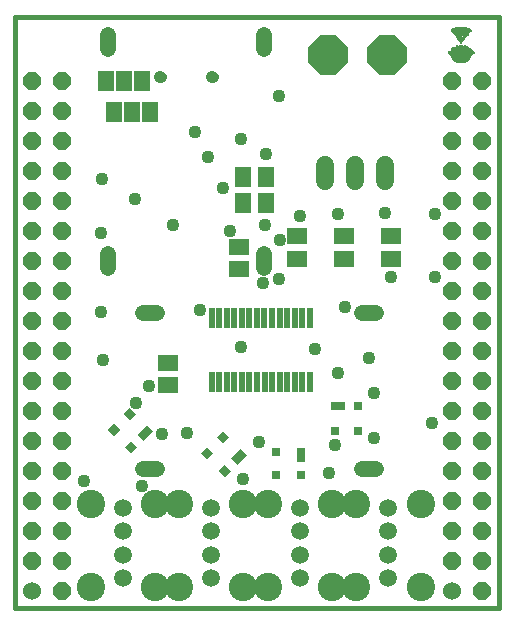
<source format=gbs>
G75*
%MOIN*%
%OFA0B0*%
%FSLAX24Y24*%
%IPPOS*%
%LPD*%
%AMOC8*
5,1,8,0,0,1.08239X$1,22.5*
%
%ADD10C,0.0160*%
%ADD11C,0.0600*%
%ADD12OC8,0.0600*%
%ADD13R,0.0312X0.0004*%
%ADD14R,0.0344X0.0004*%
%ADD15R,0.0368X0.0004*%
%ADD16R,0.0392X0.0004*%
%ADD17R,0.0408X0.0004*%
%ADD18R,0.0424X0.0004*%
%ADD19R,0.0432X0.0004*%
%ADD20R,0.0448X0.0004*%
%ADD21R,0.0456X0.0004*%
%ADD22R,0.0472X0.0004*%
%ADD23R,0.0480X0.0004*%
%ADD24R,0.0488X0.0004*%
%ADD25R,0.0496X0.0004*%
%ADD26R,0.0504X0.0004*%
%ADD27R,0.0512X0.0004*%
%ADD28R,0.0520X0.0004*%
%ADD29R,0.0528X0.0004*%
%ADD30R,0.0536X0.0004*%
%ADD31R,0.0536X0.0004*%
%ADD32R,0.0544X0.0004*%
%ADD33R,0.0552X0.0004*%
%ADD34R,0.0560X0.0004*%
%ADD35R,0.0560X0.0004*%
%ADD36R,0.0568X0.0004*%
%ADD37R,0.0576X0.0004*%
%ADD38R,0.0584X0.0004*%
%ADD39R,0.0592X0.0004*%
%ADD40R,0.0592X0.0004*%
%ADD41R,0.0600X0.0004*%
%ADD42R,0.0608X0.0004*%
%ADD43R,0.0608X0.0004*%
%ADD44R,0.0616X0.0004*%
%ADD45R,0.0624X0.0004*%
%ADD46R,0.0632X0.0004*%
%ADD47R,0.0632X0.0004*%
%ADD48R,0.0640X0.0004*%
%ADD49R,0.0648X0.0004*%
%ADD50R,0.0648X0.0004*%
%ADD51R,0.0656X0.0004*%
%ADD52R,0.0664X0.0004*%
%ADD53R,0.0664X0.0004*%
%ADD54R,0.0672X0.0004*%
%ADD55R,0.0680X0.0004*%
%ADD56R,0.0680X0.0004*%
%ADD57R,0.0688X0.0004*%
%ADD58R,0.0696X0.0004*%
%ADD59R,0.0700X0.0004*%
%ADD60R,0.0708X0.0004*%
%ADD61R,0.0716X0.0004*%
%ADD62R,0.0720X0.0004*%
%ADD63R,0.0720X0.0004*%
%ADD64R,0.0724X0.0004*%
%ADD65R,0.0808X0.0004*%
%ADD66R,0.0824X0.0004*%
%ADD67R,0.0832X0.0004*%
%ADD68R,0.0840X0.0004*%
%ADD69R,0.0848X0.0004*%
%ADD70R,0.0856X0.0004*%
%ADD71R,0.0860X0.0004*%
%ADD72R,0.0864X0.0004*%
%ADD73R,0.0864X0.0004*%
%ADD74R,0.0868X0.0004*%
%ADD75R,0.0872X0.0004*%
%ADD76R,0.0872X0.0004*%
%ADD77R,0.0860X0.0004*%
%ADD78R,0.0832X0.0004*%
%ADD79R,0.0824X0.0004*%
%ADD80R,0.0708X0.0004*%
%ADD81R,0.0712X0.0004*%
%ADD82R,0.0712X0.0004*%
%ADD83R,0.0700X0.0004*%
%ADD84R,0.0696X0.0004*%
%ADD85R,0.0692X0.0004*%
%ADD86R,0.0668X0.0004*%
%ADD87R,0.0660X0.0004*%
%ADD88R,0.0452X0.0004*%
%ADD89R,0.0188X0.0004*%
%ADD90R,0.0448X0.0004*%
%ADD91R,0.0440X0.0004*%
%ADD92R,0.0184X0.0004*%
%ADD93R,0.0432X0.0004*%
%ADD94R,0.0184X0.0004*%
%ADD95R,0.0424X0.0004*%
%ADD96R,0.0412X0.0004*%
%ADD97R,0.0128X0.0004*%
%ADD98R,0.0044X0.0004*%
%ADD99R,0.0400X0.0004*%
%ADD100R,0.0008X0.0004*%
%ADD101R,0.0388X0.0004*%
%ADD102R,0.0132X0.0004*%
%ADD103R,0.0360X0.0004*%
%ADD104R,0.0136X0.0004*%
%ADD105R,0.0340X0.0004*%
%ADD106R,0.0140X0.0004*%
%ADD107R,0.0328X0.0004*%
%ADD108R,0.0144X0.0004*%
%ADD109R,0.0324X0.0004*%
%ADD110R,0.0148X0.0004*%
%ADD111R,0.0320X0.0004*%
%ADD112R,0.0156X0.0004*%
%ADD113R,0.0316X0.0004*%
%ADD114R,0.0176X0.0004*%
%ADD115R,0.0080X0.0004*%
%ADD116R,0.0052X0.0004*%
%ADD117R,0.0380X0.0004*%
%ADD118R,0.0372X0.0004*%
%ADD119R,0.0356X0.0004*%
%ADD120R,0.0004X0.0004*%
%ADD121R,0.0308X0.0004*%
%ADD122R,0.0060X0.0004*%
%ADD123R,0.0240X0.0004*%
%ADD124R,0.0232X0.0004*%
%ADD125R,0.0044X0.0004*%
%ADD126R,0.0164X0.0004*%
%ADD127R,0.0056X0.0004*%
%ADD128R,0.0036X0.0004*%
%ADD129R,0.0156X0.0004*%
%ADD130R,0.0048X0.0004*%
%ADD131R,0.0024X0.0004*%
%ADD132R,0.0036X0.0004*%
%ADD133R,0.0016X0.0004*%
%ADD134R,0.0028X0.0004*%
%ADD135R,0.0012X0.0004*%
%ADD136R,0.0124X0.0004*%
%ADD137R,0.0108X0.0004*%
%ADD138R,0.0008X0.0004*%
%ADD139R,0.0092X0.0004*%
%ADD140R,0.0068X0.0004*%
%ADD141R,0.0008X0.0004*%
%ADD142R,0.0016X0.0004*%
%ADD143R,0.0024X0.0004*%
%ADD144R,0.0032X0.0004*%
%ADD145R,0.0032X0.0004*%
%ADD146R,0.0040X0.0004*%
%ADD147R,0.0056X0.0004*%
%ADD148R,0.0064X0.0004*%
%ADD149R,0.0072X0.0004*%
%ADD150R,0.0088X0.0004*%
%ADD151R,0.0096X0.0004*%
%ADD152R,0.0104X0.0004*%
%ADD153R,0.0112X0.0004*%
%ADD154R,0.0120X0.0004*%
%ADD155R,0.0124X0.0004*%
%ADD156R,0.0128X0.0004*%
%ADD157R,0.0144X0.0004*%
%ADD158R,0.0152X0.0004*%
%ADD159R,0.0152X0.0004*%
%ADD160R,0.0160X0.0004*%
%ADD161R,0.0168X0.0004*%
%ADD162R,0.0176X0.0004*%
%ADD163R,0.0184X0.0004*%
%ADD164R,0.0192X0.0004*%
%ADD165R,0.0200X0.0004*%
%ADD166R,0.0208X0.0004*%
%ADD167R,0.0216X0.0004*%
%ADD168R,0.0216X0.0004*%
%ADD169R,0.0224X0.0004*%
%ADD170R,0.0232X0.0004*%
%ADD171R,0.0240X0.0004*%
%ADD172R,0.0248X0.0004*%
%ADD173R,0.0256X0.0004*%
%ADD174R,0.0264X0.0004*%
%ADD175R,0.0272X0.0004*%
%ADD176R,0.0280X0.0004*%
%ADD177R,0.0288X0.0004*%
%ADD178R,0.0296X0.0004*%
%ADD179R,0.0304X0.0004*%
%ADD180R,0.0320X0.0004*%
%ADD181R,0.0328X0.0004*%
%ADD182R,0.0336X0.0004*%
%ADD183R,0.0336X0.0004*%
%ADD184R,0.0200X0.0004*%
%ADD185R,0.0128X0.0004*%
%ADD186R,0.0204X0.0004*%
%ADD187R,0.0216X0.0004*%
%ADD188R,0.0228X0.0004*%
%ADD189R,0.0416X0.0004*%
%ADD190R,0.0424X0.0004*%
%ADD191R,0.0428X0.0004*%
%ADD192R,0.0304X0.0004*%
%ADD193R,0.0180X0.0004*%
%ADD194R,0.0112X0.0004*%
%ADD195R,0.0176X0.0004*%
%ADD196R,0.0112X0.0004*%
%ADD197R,0.0132X0.0004*%
%ADD198R,0.0116X0.0004*%
%ADD199R,0.0332X0.0004*%
%ADD200R,0.0336X0.0004*%
%ADD201R,0.0480X0.0004*%
%ADD202R,0.0496X0.0004*%
%ADD203R,0.0512X0.0004*%
%ADD204R,0.0544X0.0004*%
%ADD205R,0.0208X0.0004*%
%ADD206R,0.0356X0.0004*%
%ADD207R,0.0208X0.0004*%
%ADD208R,0.0364X0.0004*%
%ADD209R,0.0212X0.0004*%
%ADD210R,0.0368X0.0004*%
%ADD211R,0.0220X0.0004*%
%ADD212R,0.0600X0.0004*%
%ADD213R,0.0356X0.0004*%
%ADD214R,0.0228X0.0004*%
%ADD215R,0.0236X0.0004*%
%ADD216R,0.0360X0.0004*%
%ADD217R,0.0368X0.0004*%
%ADD218R,0.0244X0.0004*%
%ADD219R,0.0252X0.0004*%
%ADD220R,0.0376X0.0004*%
%ADD221R,0.0672X0.0004*%
%ADD222R,0.0624X0.0004*%
%ADD223R,0.0596X0.0004*%
%ADD224R,0.0552X0.0004*%
%ADD225R,0.0456X0.0004*%
%ADD226R,0.0384X0.0004*%
%ADD227R,0.0352X0.0004*%
%ADD228R,0.0188X0.0004*%
%ADD229R,0.0108X0.0004*%
%ADD230R,0.0198X0.0651*%
%ADD231C,0.0000*%
%ADD232C,0.0414*%
%ADD233OC8,0.1310*%
%ADD234C,0.0532*%
%ADD235C,0.0600*%
%ADD236R,0.0651X0.0572*%
%ADD237R,0.0572X0.0651*%
%ADD238R,0.0454X0.0296*%
%ADD239R,0.0296X0.0296*%
%ADD240R,0.0296X0.0454*%
%ADD241R,0.0296X0.0296*%
%ADD242R,0.0520X0.0690*%
%ADD243C,0.0591*%
%ADD244C,0.0946*%
%ADD245C,0.0436*%
D10*
X001046Y004003D02*
X017188Y004003D01*
X017188Y023688D01*
X001046Y023688D01*
X001046Y004003D01*
D11*
X001617Y004558D03*
X015617Y004558D03*
D12*
X016617Y004558D03*
X016617Y005558D03*
X016617Y006558D03*
X016617Y007558D03*
X016617Y008558D03*
X016617Y009558D03*
X016617Y010558D03*
X016617Y011558D03*
X016617Y012558D03*
X016617Y013558D03*
X016617Y014558D03*
X016617Y015558D03*
X016617Y016558D03*
X016617Y017558D03*
X016617Y018558D03*
X016617Y019558D03*
X016617Y020558D03*
X016617Y021558D03*
X015617Y021558D03*
X015617Y020558D03*
X015617Y019558D03*
X015617Y018558D03*
X015617Y017558D03*
X015617Y016558D03*
X015617Y015558D03*
X015617Y014558D03*
X015617Y013558D03*
X015617Y012558D03*
X015617Y011558D03*
X015617Y010558D03*
X015617Y009558D03*
X015617Y008558D03*
X015617Y007558D03*
X015617Y006558D03*
X015617Y005558D03*
X002617Y005558D03*
X002617Y006558D03*
X002617Y007558D03*
X002617Y008558D03*
X002617Y009558D03*
X002617Y010558D03*
X002617Y011558D03*
X002617Y012558D03*
X002617Y013558D03*
X002617Y014558D03*
X002617Y015558D03*
X002617Y016558D03*
X002617Y017558D03*
X002617Y018558D03*
X002617Y019558D03*
X002617Y020558D03*
X002617Y021558D03*
X001617Y021558D03*
X001617Y020558D03*
X001617Y019558D03*
X001617Y018558D03*
X001617Y017558D03*
X001617Y016558D03*
X001617Y015558D03*
X001617Y014558D03*
X001617Y013558D03*
X001617Y012558D03*
X001617Y011558D03*
X001617Y010558D03*
X001617Y009558D03*
X001617Y008558D03*
X001617Y007558D03*
X001617Y006558D03*
X001617Y005558D03*
X002617Y004558D03*
D13*
X015941Y022175D03*
X015937Y022687D03*
X015941Y022987D03*
X015941Y022991D03*
D14*
X015941Y022179D03*
D15*
X015941Y022183D03*
D16*
X015941Y022187D03*
X015965Y022671D03*
D17*
X015941Y023051D03*
X015941Y023055D03*
X015941Y023311D03*
X015941Y022191D03*
D18*
X015941Y022195D03*
D19*
X015941Y022199D03*
X015941Y023071D03*
X015941Y023307D03*
D20*
X015941Y022203D03*
D21*
X015941Y022207D03*
D22*
X015941Y022211D03*
D23*
X015941Y022215D03*
X015941Y023299D03*
D24*
X015941Y023107D03*
X015941Y022219D03*
D25*
X015941Y022223D03*
D26*
X015941Y022227D03*
X015941Y023119D03*
D27*
X015941Y023291D03*
X015941Y022231D03*
D28*
X015941Y022235D03*
X015941Y023127D03*
X015941Y023131D03*
D29*
X015941Y023135D03*
X015941Y022239D03*
D30*
X015941Y022243D03*
D31*
X015941Y022247D03*
X015941Y023139D03*
X015941Y023287D03*
D32*
X015941Y023147D03*
X015941Y022251D03*
D33*
X015941Y022255D03*
X015941Y023151D03*
D34*
X015941Y023155D03*
X015941Y022259D03*
D35*
X015941Y022263D03*
D36*
X015941Y022267D03*
X015941Y023159D03*
X015941Y023279D03*
D37*
X015941Y022275D03*
X015941Y022271D03*
D38*
X015941Y022279D03*
X015941Y023275D03*
D39*
X015941Y022283D03*
D40*
X015941Y022287D03*
D41*
X015941Y022291D03*
X015941Y022295D03*
D42*
X015941Y022299D03*
X015941Y023267D03*
D43*
X015941Y022303D03*
D44*
X015941Y022307D03*
X015941Y022311D03*
D45*
X015941Y022315D03*
X015941Y022319D03*
D46*
X015941Y022323D03*
D47*
X015941Y022327D03*
X015941Y023259D03*
D48*
X015941Y022335D03*
X015941Y022331D03*
D49*
X015941Y022339D03*
X015941Y022347D03*
X015941Y023255D03*
D50*
X015941Y022343D03*
D51*
X015941Y022351D03*
X015941Y022355D03*
X015941Y023219D03*
X015941Y023251D03*
D52*
X015941Y023247D03*
X015941Y023227D03*
X015941Y022359D03*
D53*
X015941Y022363D03*
X015941Y023223D03*
D54*
X015941Y023231D03*
X015937Y022599D03*
X015941Y022375D03*
X015941Y022371D03*
X015941Y022367D03*
D55*
X015941Y022379D03*
X015941Y022595D03*
X015941Y023235D03*
X015941Y023239D03*
D56*
X015941Y022383D03*
D57*
X015941Y022387D03*
X015941Y022391D03*
X015941Y022591D03*
D58*
X015941Y022399D03*
X015941Y022395D03*
D59*
X015939Y022403D03*
D60*
X015939Y022407D03*
X015939Y022411D03*
D61*
X015939Y022415D03*
X015939Y022419D03*
D62*
X015941Y022423D03*
D63*
X015941Y022427D03*
D64*
X015943Y022431D03*
D65*
X015941Y022435D03*
X015941Y022527D03*
D66*
X015941Y022439D03*
D67*
X015941Y022443D03*
D68*
X015941Y022447D03*
X015941Y022515D03*
D69*
X015941Y022511D03*
X015941Y022451D03*
D70*
X015941Y022455D03*
X015941Y022507D03*
D71*
X015943Y022459D03*
D72*
X015941Y022463D03*
D73*
X015941Y022467D03*
X015941Y022495D03*
X015941Y022499D03*
D74*
X015943Y022491D03*
X015943Y022475D03*
X015943Y022471D03*
D75*
X015941Y022479D03*
X015941Y022487D03*
D76*
X015941Y022483D03*
D77*
X015943Y022503D03*
D78*
X015941Y022519D03*
D79*
X015941Y022523D03*
D80*
X015951Y022559D03*
X015947Y022571D03*
D81*
X015949Y022563D03*
D82*
X015949Y022567D03*
D83*
X015947Y022575D03*
X015947Y022579D03*
D84*
X015945Y022583D03*
D85*
X015943Y022587D03*
D86*
X015935Y022603D03*
D87*
X015935Y022607D03*
X015935Y022611D03*
D88*
X015835Y022615D03*
D89*
X016167Y022631D03*
X016171Y022619D03*
X016171Y022615D03*
D90*
X015833Y022619D03*
D91*
X015833Y022623D03*
D92*
X016169Y022623D03*
D93*
X015833Y022627D03*
D94*
X016169Y022627D03*
D95*
X015829Y022631D03*
D96*
X015827Y022635D03*
D97*
X016129Y022639D03*
X016133Y022635D03*
X016049Y023011D03*
X016053Y023015D03*
D98*
X016239Y022635D03*
D99*
X015825Y022639D03*
X015941Y023047D03*
D100*
X015941Y022787D03*
X016257Y022639D03*
D101*
X015823Y022643D03*
D102*
X016123Y022643D03*
X015779Y023083D03*
D103*
X015829Y023171D03*
X015813Y022647D03*
D104*
X015941Y022715D03*
X015941Y022871D03*
X016061Y023031D03*
X016121Y022647D03*
D105*
X015807Y022651D03*
D106*
X016115Y022651D03*
X016063Y023035D03*
D107*
X015873Y023091D03*
X015809Y022655D03*
D108*
X016109Y022655D03*
D109*
X015811Y022659D03*
D110*
X015939Y022711D03*
X016103Y022659D03*
D111*
X015817Y022663D03*
X015941Y023323D03*
D112*
X016059Y023043D03*
X016095Y022663D03*
D113*
X015823Y022667D03*
D114*
X016077Y022667D03*
D115*
X015941Y022831D03*
X015941Y022835D03*
X015713Y022671D03*
D116*
X015715Y022675D03*
X015815Y022699D03*
D117*
X015963Y022675D03*
D118*
X015959Y022679D03*
D119*
X015955Y022683D03*
X015835Y023163D03*
D120*
X016107Y022687D03*
D121*
X015935Y022691D03*
D122*
X015815Y022695D03*
D123*
X015969Y022695D03*
X015941Y022939D03*
X015741Y023207D03*
X015941Y023331D03*
D124*
X015753Y023187D03*
X015749Y023191D03*
X015969Y022699D03*
D125*
X015811Y022703D03*
D126*
X015939Y022703D03*
D127*
X016053Y022703D03*
D128*
X015811Y022707D03*
D129*
X015939Y022707D03*
D130*
X015941Y022811D03*
X016057Y022707D03*
D131*
X015809Y022711D03*
D132*
X015939Y022735D03*
X016059Y022711D03*
D133*
X016065Y022719D03*
X015809Y022715D03*
D134*
X016063Y022715D03*
D135*
X015807Y022719D03*
D136*
X015939Y022719D03*
X015783Y023075D03*
X016115Y023099D03*
D137*
X015939Y022723D03*
D138*
X016069Y022723D03*
D139*
X015939Y022727D03*
D140*
X015939Y022731D03*
D141*
X015941Y022783D03*
D142*
X015941Y022791D03*
D143*
X015941Y022795D03*
D144*
X015941Y022799D03*
D145*
X015941Y022803D03*
D146*
X015941Y022807D03*
D147*
X015941Y022815D03*
X015941Y022819D03*
D148*
X015941Y022823D03*
D149*
X015941Y022827D03*
D150*
X015941Y022839D03*
D151*
X015941Y022843D03*
D152*
X015941Y022847D03*
X015941Y022851D03*
D153*
X015941Y022855D03*
D154*
X015941Y022859D03*
X016117Y023095D03*
D155*
X015939Y022863D03*
D156*
X015941Y022867D03*
X016057Y023019D03*
X016061Y023027D03*
X015781Y023079D03*
D157*
X015941Y022875D03*
X016061Y023039D03*
D158*
X015941Y022879D03*
D159*
X015941Y022883D03*
D160*
X015941Y022887D03*
D161*
X015941Y022891D03*
X015941Y022895D03*
D162*
X015941Y022899D03*
D163*
X015941Y022903D03*
D164*
X015941Y022907D03*
X015941Y022911D03*
D165*
X015941Y022915D03*
X015869Y023011D03*
X015865Y023015D03*
X015861Y023019D03*
D166*
X015857Y023031D03*
X015941Y022919D03*
D167*
X015941Y022923D03*
D168*
X015941Y022927D03*
D169*
X015941Y022931D03*
D170*
X015941Y022935D03*
X015745Y023199D03*
D171*
X015941Y022943D03*
D172*
X015941Y022947D03*
D173*
X015941Y022951D03*
D174*
X015941Y022955D03*
X015941Y022959D03*
D175*
X015941Y022963D03*
D176*
X015941Y022967D03*
X015941Y023327D03*
D177*
X015941Y022975D03*
X015941Y022971D03*
D178*
X015941Y022979D03*
D179*
X015941Y022983D03*
D180*
X015941Y022995D03*
D181*
X015941Y022999D03*
D182*
X015941Y023003D03*
D183*
X015941Y023007D03*
D184*
X015861Y023023D03*
D185*
X016057Y023023D03*
D186*
X016127Y023167D03*
X015859Y023027D03*
D187*
X015857Y023035D03*
X015857Y023039D03*
D188*
X015859Y023043D03*
D189*
X015941Y023059D03*
D190*
X015941Y023063D03*
D191*
X015943Y023067D03*
D192*
X016009Y023075D03*
D193*
X015951Y023079D03*
X015947Y023087D03*
D194*
X016109Y023079D03*
X016113Y023087D03*
D195*
X015949Y023083D03*
D196*
X016113Y023083D03*
D197*
X015779Y023087D03*
D198*
X016115Y023091D03*
D199*
X015871Y023095D03*
D200*
X015873Y023099D03*
D201*
X015941Y023103D03*
D202*
X015941Y023111D03*
X015941Y023115D03*
X015941Y023295D03*
D203*
X015941Y023123D03*
D204*
X015941Y023143D03*
D205*
X016121Y023163D03*
D206*
X016071Y023191D03*
X016071Y023195D03*
X015831Y023167D03*
D207*
X016129Y023171D03*
D208*
X015827Y023175D03*
D209*
X016131Y023175D03*
D210*
X015829Y023179D03*
D211*
X016127Y023179D03*
D212*
X015941Y023183D03*
D213*
X016067Y023187D03*
X016075Y023199D03*
D214*
X015747Y023195D03*
D215*
X015743Y023203D03*
D216*
X016077Y023203D03*
D217*
X016077Y023207D03*
X016077Y023211D03*
D218*
X015743Y023211D03*
D219*
X015743Y023215D03*
D220*
X016077Y023215D03*
D221*
X015941Y023243D03*
D222*
X015941Y023263D03*
D223*
X015943Y023271D03*
D224*
X015941Y023283D03*
D225*
X015941Y023303D03*
D226*
X015941Y023315D03*
D227*
X015941Y023319D03*
D228*
X015939Y023335D03*
D229*
X015943Y023339D03*
D230*
X010888Y013650D03*
X010636Y013650D03*
X010384Y013650D03*
X010132Y013650D03*
X009880Y013650D03*
X009628Y013650D03*
X009368Y013650D03*
X009124Y013650D03*
X008872Y013650D03*
X008620Y013650D03*
X008368Y013650D03*
X008116Y013650D03*
X007864Y013650D03*
X007612Y013650D03*
X007612Y011524D03*
X007864Y011524D03*
X008116Y011524D03*
X008368Y011524D03*
X008620Y011524D03*
X008872Y011524D03*
X009124Y011524D03*
X009376Y011524D03*
X009628Y011524D03*
X009880Y011524D03*
X010132Y011524D03*
X010384Y011524D03*
X010636Y011524D03*
X010888Y011524D03*
D231*
X007464Y021700D02*
X007466Y021726D01*
X007472Y021752D01*
X007482Y021777D01*
X007495Y021800D01*
X007511Y021820D01*
X007531Y021838D01*
X007553Y021853D01*
X007576Y021865D01*
X007602Y021873D01*
X007628Y021877D01*
X007654Y021877D01*
X007680Y021873D01*
X007706Y021865D01*
X007730Y021853D01*
X007751Y021838D01*
X007771Y021820D01*
X007787Y021800D01*
X007800Y021777D01*
X007810Y021752D01*
X007816Y021726D01*
X007818Y021700D01*
X007816Y021674D01*
X007810Y021648D01*
X007800Y021623D01*
X007787Y021600D01*
X007771Y021580D01*
X007751Y021562D01*
X007729Y021547D01*
X007706Y021535D01*
X007680Y021527D01*
X007654Y021523D01*
X007628Y021523D01*
X007602Y021527D01*
X007576Y021535D01*
X007552Y021547D01*
X007531Y021562D01*
X007511Y021580D01*
X007495Y021600D01*
X007482Y021623D01*
X007472Y021648D01*
X007466Y021674D01*
X007464Y021700D01*
X005731Y021700D02*
X005733Y021726D01*
X005739Y021752D01*
X005749Y021777D01*
X005762Y021800D01*
X005778Y021820D01*
X005798Y021838D01*
X005820Y021853D01*
X005843Y021865D01*
X005869Y021873D01*
X005895Y021877D01*
X005921Y021877D01*
X005947Y021873D01*
X005973Y021865D01*
X005997Y021853D01*
X006018Y021838D01*
X006038Y021820D01*
X006054Y021800D01*
X006067Y021777D01*
X006077Y021752D01*
X006083Y021726D01*
X006085Y021700D01*
X006083Y021674D01*
X006077Y021648D01*
X006067Y021623D01*
X006054Y021600D01*
X006038Y021580D01*
X006018Y021562D01*
X005996Y021547D01*
X005973Y021535D01*
X005947Y021527D01*
X005921Y021523D01*
X005895Y021523D01*
X005869Y021527D01*
X005843Y021535D01*
X005819Y021547D01*
X005798Y021562D01*
X005778Y021580D01*
X005762Y021600D01*
X005749Y021623D01*
X005739Y021648D01*
X005733Y021674D01*
X005731Y021700D01*
D232*
X005908Y021700D03*
X007641Y021700D03*
D233*
X011479Y022428D03*
X013447Y022428D03*
D234*
X009362Y022633D02*
X009362Y023105D01*
X004162Y023105D02*
X004162Y022633D01*
X004162Y015805D02*
X004162Y015333D01*
X005328Y013840D02*
X005801Y013840D01*
X009362Y015333D02*
X009362Y015805D01*
X012628Y013840D02*
X013101Y013840D01*
X013101Y008640D02*
X012628Y008640D01*
X005801Y008640D02*
X005328Y008640D01*
D235*
X011384Y018221D02*
X011384Y018761D01*
X012384Y018761D02*
X012384Y018221D01*
X013384Y018221D02*
X013384Y018761D01*
D236*
X013605Y016385D03*
X013605Y015637D03*
X012030Y015637D03*
X012030Y016385D03*
X010455Y016385D03*
X010455Y015637D03*
X008526Y015282D03*
X008526Y016031D03*
X006164Y012172D03*
X006164Y011424D03*
D237*
X008664Y017507D03*
X009412Y017507D03*
X009412Y018373D03*
X008664Y018373D03*
D238*
X011814Y010716D03*
G36*
X008250Y008983D02*
X008570Y009303D01*
X008780Y009093D01*
X008460Y008773D01*
X008250Y008983D01*
G37*
G36*
X005140Y009770D02*
X005460Y010090D01*
X005670Y009880D01*
X005350Y009560D01*
X005140Y009770D01*
G37*
D239*
X009766Y009180D03*
X009766Y008432D03*
X010593Y008432D03*
X011735Y009889D03*
X012483Y009889D03*
X012483Y010716D03*
D240*
X010593Y009101D03*
D241*
G36*
X007833Y008564D02*
X008042Y008773D01*
X008251Y008564D01*
X008042Y008355D01*
X007833Y008564D01*
G37*
G36*
X007249Y009149D02*
X007458Y009358D01*
X007667Y009149D01*
X007458Y008940D01*
X007249Y009149D01*
G37*
G36*
X007777Y009678D02*
X007986Y009887D01*
X008195Y009678D01*
X007986Y009469D01*
X007777Y009678D01*
G37*
G36*
X004723Y009352D02*
X004932Y009561D01*
X005141Y009352D01*
X004932Y009143D01*
X004723Y009352D01*
G37*
G36*
X004138Y009936D02*
X004347Y010145D01*
X004556Y009936D01*
X004347Y009727D01*
X004138Y009936D01*
G37*
G36*
X004667Y010465D02*
X004876Y010674D01*
X005085Y010465D01*
X004876Y010256D01*
X004667Y010465D01*
G37*
D242*
X004943Y020538D03*
X005543Y020538D03*
X005307Y021562D03*
X004707Y021562D03*
X004107Y021562D03*
X004343Y020538D03*
D243*
X004648Y007342D03*
X004648Y006554D03*
X004648Y005767D03*
X004648Y004979D03*
X007601Y004979D03*
X007601Y005767D03*
X007601Y006554D03*
X007601Y007342D03*
X010554Y007342D03*
X010554Y006554D03*
X010554Y005767D03*
X010554Y004979D03*
X013506Y004979D03*
X013506Y005767D03*
X013506Y006554D03*
X013506Y007342D03*
D244*
X012436Y007448D03*
X011625Y007448D03*
X011625Y004692D03*
X012436Y004692D03*
X014577Y004692D03*
X014577Y007448D03*
X009483Y007448D03*
X008672Y007448D03*
X008672Y004692D03*
X009483Y004692D03*
X006530Y004692D03*
X005719Y004692D03*
X005719Y007448D03*
X006530Y007448D03*
X003577Y007448D03*
X003577Y004692D03*
D245*
X005298Y008058D03*
X005967Y009790D03*
X006794Y009830D03*
X005534Y011405D03*
X005101Y010814D03*
X003999Y012271D03*
X003920Y013845D03*
X003920Y016483D03*
X005062Y017625D03*
X003959Y018294D03*
X006321Y016759D03*
X007975Y017979D03*
X007502Y019042D03*
X007069Y019869D03*
X008605Y019633D03*
X009432Y019121D03*
X009865Y021050D03*
X010573Y017074D03*
X009904Y016247D03*
X009392Y016759D03*
X008211Y016562D03*
X009314Y014830D03*
X009865Y014948D03*
X008605Y012704D03*
X007227Y013924D03*
X009195Y009515D03*
X008644Y008294D03*
X011518Y008491D03*
X011715Y009436D03*
X013014Y009672D03*
X013014Y011168D03*
X012857Y012310D03*
X011833Y011838D03*
X011046Y012625D03*
X012069Y014042D03*
X013605Y015027D03*
X015062Y015027D03*
X015062Y017113D03*
X013408Y017153D03*
X011833Y017113D03*
X014943Y010145D03*
X003369Y008216D03*
M02*

</source>
